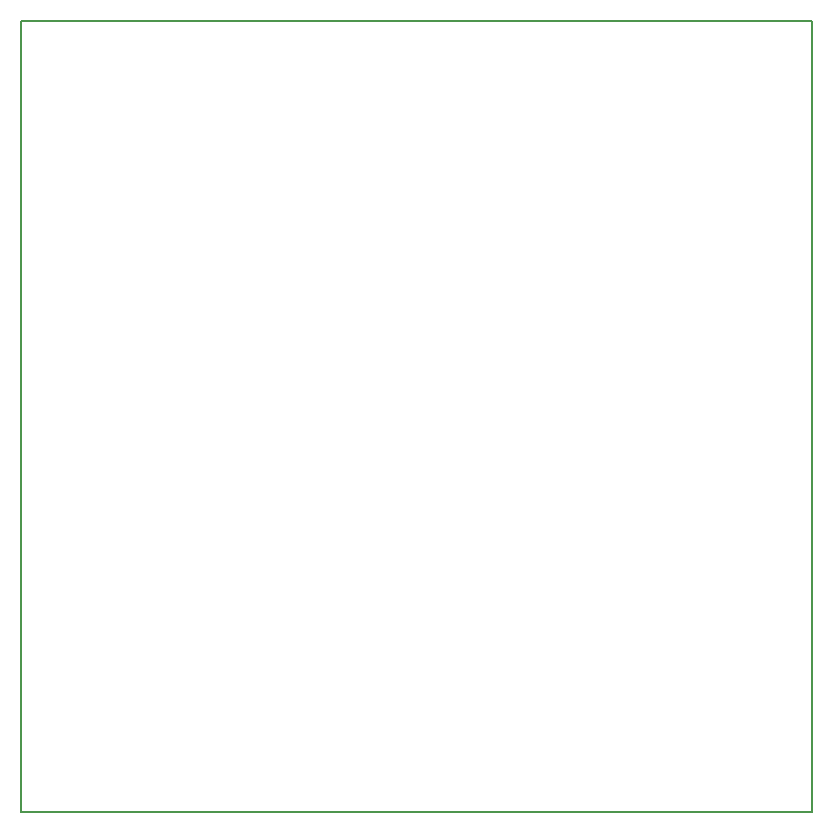
<source format=gm1>
G04 #@! TF.GenerationSoftware,KiCad,Pcbnew,9.0.1*
G04 #@! TF.CreationDate,2025-05-08T20:40:17+10:00*
G04 #@! TF.ProjectId,MooresESP32,4d6f6f72-6573-4455-9350-33322e6b6963,rev?*
G04 #@! TF.SameCoordinates,Original*
G04 #@! TF.FileFunction,Profile,NP*
%FSLAX46Y46*%
G04 Gerber Fmt 4.6, Leading zero omitted, Abs format (unit mm)*
G04 Created by KiCad (PCBNEW 9.0.1) date 2025-05-08 20:40:17*
%MOMM*%
%LPD*%
G01*
G04 APERTURE LIST*
G04 #@! TA.AperFunction,Profile*
%ADD10C,0.200000*%
G04 #@! TD*
G04 APERTURE END LIST*
D10*
X115000000Y-71500000D02*
X182000000Y-71500000D01*
X182000000Y-138500000D01*
X115000000Y-138500000D01*
X115000000Y-71500000D01*
M02*

</source>
